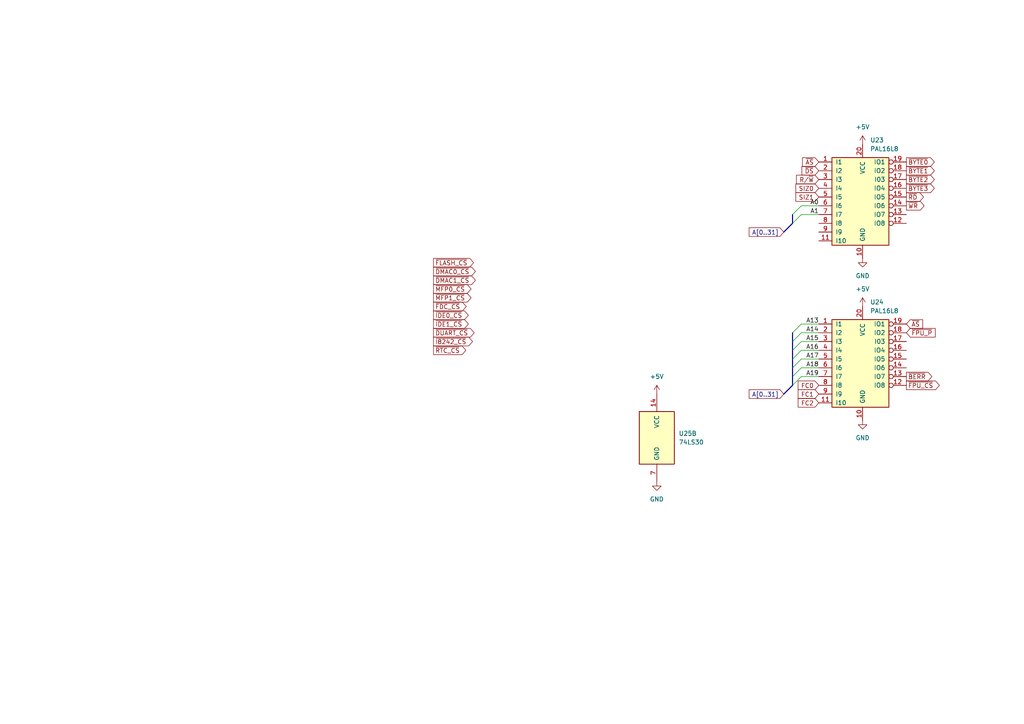
<source format=kicad_sch>
(kicad_sch (version 20231120) (generator "eeschema") (generator_version "8.0")
  (paper "A4")
  (lib_symbols
    (symbol "74xx:74LS30" (pin_names (offset 1.016))
      (property "Reference" "U" (at 0 1.27 0))
      (property "Value" "74LS30" (at 0 -1.27 0))
      (symbol "74LS30_1_1"
        (arc (start 0 -3.81) (mid 3.7934 0) (end 0 3.81) (stroke (width 0.254)) (fill (type background)))
        (polyline (pts (xy -3.81 7.62) (xy -3.81 -10.16)) (stroke (width 0.254)))
        (polyline (pts (xy 0 3.81) (xy -3.81 3.81) (xy -3.81 -3.81) (xy 0 -3.81)) (stroke (width 0.254)) (fill (type background)))
        (pin input line (at -7.62 7.62 0) (length 3.81) (name "~") (number "1"))
        (pin input line (at -7.62 -7.62 0) (length 3.81) (name "~") (number "11"))
        (pin input line (at -7.62 -10.16 0) (length 3.81) (name "~") (number "12"))
        (pin input line (at -7.62 5.08 0) (length 3.81) (name "~") (number "2"))
        (pin input line (at -7.62 2.54 0) (length 3.81) (name "~") (number "3"))
        (pin input line (at -7.62 0 0) (length 3.81) (name "~") (number "4"))
        (pin input line (at -7.62 -2.54 0) (length 3.81) (name "~") (number "5"))
        (pin input line (at -7.62 -5.08 0) (length 3.81) (name "~") (number "6"))
        (pin output inverted (at 7.62 0 180) (length 3.81) (name "~") (number "8"))
      )
      (symbol "74LS30_1_2"
        (arc (start -3.81 -3.81) (mid -2.589 0) (end -3.81 3.81) (stroke (width 0.254)))
        (arc (start -0.6096 -3.81) (mid 2.1842 -2.5851) (end 3.81 0) (stroke (width 0.254)) (fill (type background)))
        (polyline (pts (xy -3.81 -3.81) (xy -3.81 -10.16)) (stroke (width 0.254)))
        (polyline (pts (xy -3.81 -3.81) (xy -0.635 -3.81)) (stroke (width 0.254)) (fill (type background)))
        (polyline (pts (xy -3.81 3.81) (xy -0.635 3.81)) (stroke (width 0.254)) (fill (type background)))
        (polyline (pts (xy -3.81 7.62) (xy -3.81 3.81)) (stroke (width 0.254)))
        (polyline (pts (xy -0.635 3.81) (xy -3.81 3.81) (xy -3.81 3.81) (xy -3.556 3.4036) (xy -3.0226 2.2606) (xy -2.6924 1.0414) (xy -2.6162 -0.254) (xy -2.7686 -1.4986) (xy -3.175 -2.7178) (xy -3.81 -3.81) (xy -3.81 -3.81) (xy -0.635 -3.81)) (stroke (width -25.4)) (fill (type background)))
        (arc (start 3.81 0) (mid 2.1915 2.5936) (end -0.6096 3.81) (stroke (width 0.254)) (fill (type background)))
        (pin input inverted (at -7.62 7.62 0) (length 3.81) (name "~") (number "1"))
        (pin input inverted (at -7.62 -7.62 0) (length 3.81) (name "~") (number "11"))
        (pin input inverted (at -7.62 -10.16 0) (length 3.81) (name "~") (number "12"))
        (pin input inverted (at -7.62 5.08 0) (length 3.81) (name "~") (number "2"))
        (pin input inverted (at -7.62 2.54 0) (length 4.5466) (name "~") (number "3"))
        (pin input inverted (at -7.62 0 0) (length 5.08) (name "~") (number "4"))
        (pin input inverted (at -7.62 -2.54 0) (length 4.5466) (name "~") (number "5"))
        (pin input inverted (at -7.62 -5.08 0) (length 3.81) (name "~") (number "6"))
        (pin output line (at 7.62 0 180) (length 3.81) (name "~") (number "8"))
      )
      (symbol "74LS30_2_0"
        (pin power_in line (at 0 12.7 270) (length 5.08) (name "VCC") (number "14"))
        (pin power_in line (at 0 -12.7 90) (length 5.08) (name "GND") (number "7"))
      )
      (symbol "74LS30_2_1"
        (rectangle (start -5.08 7.62) (end 5.08 -7.62) (stroke (width 0.254)) (fill (type background)))
      )
    )
    (symbol "Logic_Programmable:PAL16L8" (pin_names (offset 1.016))
      (property "Reference" "U" (at -8.89 16.51 0))
      (property "Value" "PAL16L8" (at 1.27 16.51 0))
      (symbol "PAL16L8_0_0"
        (pin power_in line (at 0 -15.24 90) (length 3.81) (name "GND") (number "10"))
        (pin power_in line (at 0 17.78 270) (length 3.81) (name "VCC") (number "20"))
      )
      (symbol "PAL16L8_0_1"
        (rectangle (start -8.89 13.97) (end 7.62 -11.43) (stroke (width 0.254)) (fill (type background)))
      )
      (symbol "PAL16L8_1_1"
        (pin input line (at -12.7 12.7 0) (length 3.81) (name "I1") (number "1"))
        (pin input line (at -12.7 -10.16 0) (length 3.81) (name "I10") (number "11"))
        (pin tri_state inverted (at 12.7 -5.08 180) (length 5.08) (name "IO8") (number "12"))
        (pin tri_state inverted (at 12.7 -2.54 180) (length 5.08) (name "IO7") (number "13"))
        (pin tri_state inverted (at 12.7 0 180) (length 5.08) (name "IO6") (number "14"))
        (pin tri_state inverted (at 12.7 2.54 180) (length 5.08) (name "IO5") (number "15"))
        (pin tri_state inverted (at 12.7 5.08 180) (length 5.08) (name "IO4") (number "16"))
        (pin tri_state inverted (at 12.7 7.62 180) (length 5.08) (name "I03") (number "17"))
        (pin tri_state inverted (at 12.7 10.16 180) (length 5.08) (name "IO2") (number "18"))
        (pin tri_state inverted (at 12.7 12.7 180) (length 5.08) (name "IO1") (number "19"))
        (pin input line (at -12.7 10.16 0) (length 3.81) (name "I2") (number "2"))
        (pin input line (at -12.7 7.62 0) (length 3.81) (name "I3") (number "3"))
        (pin input line (at -12.7 5.08 0) (length 3.81) (name "I4") (number "4"))
        (pin input line (at -12.7 2.54 0) (length 3.81) (name "I5") (number "5"))
        (pin input line (at -12.7 0 0) (length 3.81) (name "I6") (number "6"))
        (pin input line (at -12.7 -2.54 0) (length 3.81) (name "I7") (number "7"))
        (pin input line (at -12.7 -5.08 0) (length 3.81) (name "I8") (number "8"))
        (pin input line (at -12.7 -7.62 0) (length 3.81) (name "I9") (number "9"))
      )
    )
    (symbol "power:+5V" (power) (pin_names (offset 0))
      (property "Value" "+5V" (at 0 3.556 0))
      (symbol "+5V_0_1"
        (polyline (pts (xy -0.762 1.27) (xy 0 2.54)))
        (polyline (pts (xy 0 0) (xy 0 2.54)))
        (polyline (pts (xy 0 2.54) (xy 0.762 1.27)))
      )
      (symbol "+5V_1_1"
        (pin power_in line (at 0 0 90) (length 0) hide (name "+5V") (number "1"))
      )
    )
    (symbol "power:GND" (power) (pin_names (offset 0))
      (property "Value" "GND" (at 0 -3.81 0))
      (symbol "GND_0_1"
        (polyline (pts (xy 0 0) (xy 0 -1.27) (xy 1.27 -1.27) (xy 0 -2.54) (xy -1.27 -1.27) (xy 0 -1.27)))
      )
      (symbol "GND_1_1"
        (pin power_in line (at 0 0 270) (length 0) hide (name "GND") (number "1"))
      )
    )
  )
  (bus_entry (at 232.41 96.52) (size -2.54 2.54))
  (bus_entry (at 232.41 59.69) (size -2.54 2.54))
  (bus_entry (at 232.41 101.6) (size -2.54 2.54))
  (bus_entry (at 232.41 104.14) (size -2.54 2.54))
  (bus_entry (at 232.41 99.06) (size -2.54 2.54))
  (bus_entry (at 232.41 106.68) (size -2.54 2.54))
  (bus_entry (at 232.41 62.23) (size -2.54 2.54))
  (bus_entry (at 232.41 109.22) (size -2.54 2.54))
  (bus_entry (at 232.41 93.98) (size -2.54 2.54))
  (bus (pts (xy 229.87 99.06) (xy 229.87 101.6)))
  (wire (pts (xy 232.41 101.6) (xy 237.49 101.6)))
  (wire (pts (xy 232.41 99.06) (xy 237.49 99.06)))
  (wire (pts (xy 232.41 93.98) (xy 237.49 93.98)))
  (bus (pts (xy 229.87 96.52) (xy 229.87 99.06)))
  (wire (pts (xy 232.41 59.69) (xy 237.49 59.69)))
  (wire (pts (xy 232.41 62.23) (xy 237.49 62.23)))
  (wire (pts (xy 232.41 109.22) (xy 237.49 109.22)))
  (bus (pts (xy 229.87 109.22) (xy 229.87 111.76)))
  (bus (pts (xy 229.87 62.23) (xy 229.87 64.77)))
  (wire (pts (xy 232.41 106.68) (xy 237.49 106.68)))
  (bus (pts (xy 229.87 111.76) (xy 227.33 114.3)))
  (bus (pts (xy 229.87 101.6) (xy 229.87 104.14)))
  (bus (pts (xy 229.87 106.68) (xy 229.87 109.22)))
  (bus (pts (xy 229.87 104.14) (xy 229.87 106.68)))
  (wire (pts (xy 232.41 104.14) (xy 237.49 104.14)))
  (bus (pts (xy 229.87 64.77) (xy 227.33 67.31)))
  (wire (pts (xy 232.41 96.52) (xy 237.49 96.52)))
  (label "A0" (at 237.49 59.69 180))
  (label "A18" (at 237.49 106.68 180))
  (label "A13" (at 237.49 93.98 180))
  (label "A1" (at 237.49 62.23 180))
  (label "A14" (at 237.49 96.52 180))
  (label "A19" (at 237.49 109.22 180))
  (label "A15" (at 237.49 99.06 180))
  (label "A16" (at 237.49 101.6 180))
  (label "A17" (at 237.49 104.14 180))
  (global_label "~{DS}" (shape input) (at 237.49 49.53 180) (property "Intersheetrefs" "${INTERSHEET_REFS}" (effects (hide yes))))
  (global_label "A[0..31]" (shape input) (at 227.33 67.31 180) (property "Intersheetrefs" "${INTERSHEET_REFS}" (effects (hide yes))))
  (global_label "~{IDE1_CS}" (shape output) (at 125.73 93.98 0) (property "Intersheetrefs" "${INTERSHEET_REFS}" (effects (hide yes))))
  (global_label "~{FLASH_CS}" (shape output) (at 125.73 76.2 0) (property "Intersheetrefs" "${INTERSHEET_REFS}" (effects (hide yes))))
  (global_label "~{AS}" (shape input) (at 237.49 46.99 180) (property "Intersheetrefs" "${INTERSHEET_REFS}" (effects (hide yes))))
  (global_label "~{BYTE1}" (shape output) (at 262.89 49.53 0) (property "Intersheetrefs" "${INTERSHEET_REFS}" (effects (hide yes))))
  (global_label "~{DMAC1_CS}" (shape output) (at 125.73 81.28 0) (property "Intersheetrefs" "${INTERSHEET_REFS}" (effects (hide yes))))
  (global_label "~{IDE0_CS}" (shape output) (at 125.73 91.44 0) (property "Intersheetrefs" "${INTERSHEET_REFS}" (effects (hide yes))))
  (global_label "FC2" (shape input) (at 237.49 116.84 180) (property "Intersheetrefs" "${INTERSHEET_REFS}" (effects (hide yes))))
  (global_label "~{FPU_P}" (shape input) (at 262.89 96.52 0) (property "Intersheetrefs" "${INTERSHEET_REFS}" (effects (hide yes))))
  (global_label "~{MFP1_CS}" (shape output) (at 125.73 86.36 0) (property "Intersheetrefs" "${INTERSHEET_REFS}" (effects (hide yes))))
  (global_label "~{WR}" (shape output) (at 262.89 59.69 0) (property "Intersheetrefs" "${INTERSHEET_REFS}" (effects (hide yes))))
  (global_label "~{DUART_CS}" (shape output) (at 125.73 96.52 0) (property "Intersheetrefs" "${INTERSHEET_REFS}" (effects (hide yes))))
  (global_label "~{AS}" (shape input) (at 262.89 93.98 0) (property "Intersheetrefs" "${INTERSHEET_REFS}" (effects (hide yes))))
  (global_label "~{I8242_CS}" (shape output) (at 125.73 99.06 0) (property "Intersheetrefs" "${INTERSHEET_REFS}" (effects (hide yes))))
  (global_label "~{BERR}" (shape output) (at 262.89 109.22 0) (property "Intersheetrefs" "${INTERSHEET_REFS}" (effects (hide yes))))
  (global_label "A[0..31]" (shape input) (at 227.33 114.3 180) (property "Intersheetrefs" "${INTERSHEET_REFS}" (effects (hide yes))))
  (global_label "SIZ0" (shape input) (at 237.49 54.61 180) (property "Intersheetrefs" "${INTERSHEET_REFS}" (effects (hide yes))))
  (global_label "R{slash}~{W}" (shape input) (at 237.49 52.07 180) (property "Intersheetrefs" "${INTERSHEET_REFS}" (effects (hide yes))))
  (global_label "~{FDC_CS}" (shape output) (at 125.73 88.9 0) (property "Intersheetrefs" "${INTERSHEET_REFS}" (effects (hide yes))))
  (global_label "SIZ1" (shape input) (at 237.49 57.15 180) (property "Intersheetrefs" "${INTERSHEET_REFS}" (effects (hide yes))))
  (global_label "~{FPU_CS}" (shape output) (at 262.89 111.76 0) (property "Intersheetrefs" "${INTERSHEET_REFS}" (effects (hide yes))))
  (global_label "~{MFP0_CS}" (shape output) (at 125.73 83.82 0) (property "Intersheetrefs" "${INTERSHEET_REFS}" (effects (hide yes))))
  (global_label "~{DMAC0_CS}" (shape output) (at 125.73 78.74 0) (property "Intersheetrefs" "${INTERSHEET_REFS}" (effects (hide yes))))
  (global_label "FC0" (shape input) (at 237.49 111.76 180) (property "Intersheetrefs" "${INTERSHEET_REFS}" (effects (hide yes))))
  (global_label "~{RD}" (shape output) (at 262.89 57.15 0) (property "Intersheetrefs" "${INTERSHEET_REFS}" (effects (hide yes))))
  (global_label "~{BYTE2}" (shape output) (at 262.89 52.07 0) (property "Intersheetrefs" "${INTERSHEET_REFS}" (effects (hide yes))))
  (global_label "~{RTC_CS}" (shape output) (at 125.73 101.6 0) (property "Intersheetrefs" "${INTERSHEET_REFS}" (effects (hide yes))))
  (global_label "~{BYTE3}" (shape output) (at 262.89 54.61 0) (property "Intersheetrefs" "${INTERSHEET_REFS}" (effects (hide yes))))
  (global_label "FC1" (shape input) (at 237.49 114.3 180) (property "Intersheetrefs" "${INTERSHEET_REFS}" (effects (hide yes))))
  (global_label "~{BYTE0}" (shape output) (at 262.89 46.99 0) (property "Intersheetrefs" "${INTERSHEET_REFS}" (effects (hide yes))))
  (symbol (lib_id "power:+5V") (at 190.5 114.3 0) (unit 1)
    (property "Reference" "#PWR0126" (effects (hide yes)))
    (property "Value" "+5V" (at 190.5 109.22 0))
  )
  (symbol (lib_id "power:GND") (at 250.19 74.93 0) (unit 1)
    (property "Reference" "#PWR0124" (effects (hide yes)))
    (property "Value" "GND" (at 250.19 80.01 0))
  )
  (symbol (lib_id "Logic_Programmable:PAL16L8") (at 250.19 106.68 0) (unit 1)
    (property "Reference" "U24" (at 252.3841 87.63 0) (effects (justify left)))
    (property "Value" "PAL16L8" (at 252.3841 90.17 0) (effects (justify left)))
    (property "Footprint" "Package_DIP:DIP-20_W7.62mm_Socket" (effects (hide yes)))
  )
  (symbol (lib_id "power:GND") (at 250.19 121.92 0) (unit 1)
    (property "Reference" "#PWR0127" (effects (hide yes)))
    (property "Value" "GND" (at 250.19 127 0))
  )
  (symbol (lib_id "74xx:74LS30") (at 190.5 127 0) (unit 2)
    (property "Reference" "U25" (at 196.85 125.7299 0) (effects (justify left)))
    (property "Value" "74LS30" (at 196.85 128.2699 0) (effects (justify left)))
    (property "Datasheet" "http://www.ti.com/lit/gpn/sn74LS30" (effects (hide yes)))
    (property "Description" "8-input NAND" (effects (hide yes)))
  )
  (symbol (lib_id "Logic_Programmable:PAL16L8") (at 250.19 59.69 0) (unit 1)
    (property "Reference" "U23" (at 252.3841 40.64 0) (effects (justify left)))
    (property "Value" "PAL16L8" (at 252.3841 43.18 0) (effects (justify left)))
    (property "Footprint" "Package_DIP:DIP-20_W7.62mm_Socket" (effects (hide yes)))
  )
  (symbol (lib_id "power:+5V") (at 250.19 88.9 0) (unit 1)
    (property "Reference" "#PWR0125" (effects (hide yes)))
    (property "Value" "+5V" (at 250.19 83.82 0))
  )
  (symbol (lib_id "power:GND") (at 190.5 139.7 0) (unit 1)
    (property "Reference" "#PWR0128" (effects (hide yes)))
    (property "Value" "GND" (at 190.5 144.78 0))
  )
  (symbol (lib_id "power:+5V") (at 250.19 41.91 0) (unit 1)
    (property "Reference" "#PWR0123" (effects (hide yes)))
    (property "Value" "+5V" (at 250.19 36.83 0))
  )
)
</source>
